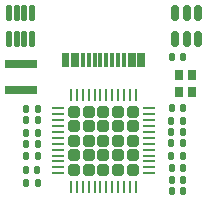
<source format=gbr>
%TF.GenerationSoftware,KiCad,Pcbnew,(6.0.4)*%
%TF.CreationDate,2022-07-06T17:37:40+08:00*%
%TF.ProjectId,XilinxJtag,58696c69-6e78-44a7-9461-672e6b696361,rev?*%
%TF.SameCoordinates,Original*%
%TF.FileFunction,Paste,Top*%
%TF.FilePolarity,Positive*%
%FSLAX46Y46*%
G04 Gerber Fmt 4.6, Leading zero omitted, Abs format (unit mm)*
G04 Created by KiCad (PCBNEW (6.0.4)) date 2022-07-06 17:37:40*
%MOMM*%
%LPD*%
G01*
G04 APERTURE LIST*
G04 Aperture macros list*
%AMRoundRect*
0 Rectangle with rounded corners*
0 $1 Rounding radius*
0 $2 $3 $4 $5 $6 $7 $8 $9 X,Y pos of 4 corners*
0 Add a 4 corners polygon primitive as box body*
4,1,4,$2,$3,$4,$5,$6,$7,$8,$9,$2,$3,0*
0 Add four circle primitives for the rounded corners*
1,1,$1+$1,$2,$3*
1,1,$1+$1,$4,$5*
1,1,$1+$1,$6,$7*
1,1,$1+$1,$8,$9*
0 Add four rect primitives between the rounded corners*
20,1,$1+$1,$2,$3,$4,$5,0*
20,1,$1+$1,$4,$5,$6,$7,0*
20,1,$1+$1,$6,$7,$8,$9,0*
20,1,$1+$1,$8,$9,$2,$3,0*%
G04 Aperture macros list end*
%ADD10RoundRect,0.140000X-0.140000X-0.170000X0.140000X-0.170000X0.140000X0.170000X-0.140000X0.170000X0*%
%ADD11RoundRect,0.135000X0.135000X0.185000X-0.135000X0.185000X-0.135000X-0.185000X0.135000X-0.185000X0*%
%ADD12R,0.300000X1.150000*%
%ADD13R,2.700000X0.800000*%
%ADD14R,0.800000X0.900000*%
%ADD15RoundRect,0.147500X0.147500X0.172500X-0.147500X0.172500X-0.147500X-0.172500X0.147500X-0.172500X0*%
%ADD16RoundRect,0.135000X-0.135000X-0.185000X0.135000X-0.185000X0.135000X0.185000X-0.135000X0.185000X0*%
%ADD17RoundRect,0.140000X0.140000X0.170000X-0.140000X0.170000X-0.140000X-0.170000X0.140000X-0.170000X0*%
%ADD18RoundRect,0.150000X-0.150000X0.512500X-0.150000X-0.512500X0.150000X-0.512500X0.150000X0.512500X0*%
%ADD19RoundRect,0.125000X0.125000X-0.537500X0.125000X0.537500X-0.125000X0.537500X-0.125000X-0.537500X0*%
%ADD20RoundRect,0.250000X-0.250000X0.250000X-0.250000X-0.250000X0.250000X-0.250000X0.250000X0.250000X0*%
%ADD21RoundRect,0.062500X-0.062500X0.412500X-0.062500X-0.412500X0.062500X-0.412500X0.062500X0.412500X0*%
%ADD22RoundRect,0.062500X-0.412500X0.062500X-0.412500X-0.062500X0.412500X-0.062500X0.412500X0.062500X0*%
G04 APERTURE END LIST*
D10*
%TO.C,C1*%
X147750000Y-82850000D03*
X148710000Y-82850000D03*
%TD*%
D11*
%TO.C,R5*%
X148740000Y-77870000D03*
X147720000Y-77870000D03*
%TD*%
D12*
%TO.C,J1*%
X145320000Y-72715001D03*
X144520000Y-72715001D03*
X143220000Y-72715001D03*
X142220000Y-72715001D03*
X141720000Y-72715001D03*
X140720000Y-72715001D03*
X139420000Y-72715001D03*
X138620000Y-72715001D03*
X138920000Y-72715001D03*
X139720000Y-72715001D03*
X140220000Y-72715001D03*
X141220000Y-72715001D03*
X142720000Y-72715001D03*
X143720000Y-72715001D03*
X144220000Y-72715001D03*
X145020000Y-72715001D03*
%TD*%
D10*
%TO.C,C3*%
X147750000Y-76780000D03*
X148710000Y-76780000D03*
%TD*%
D13*
%TO.C,L1*%
X134980000Y-73030000D03*
X134980000Y-75230000D03*
%TD*%
D10*
%TO.C,C16*%
X135440000Y-76866569D03*
X136400000Y-76866569D03*
%TD*%
D11*
%TO.C,R12*%
X136410000Y-80800000D03*
X135390000Y-80800000D03*
%TD*%
D14*
%TO.C,Y1*%
X149430000Y-75390000D03*
X149430000Y-73990000D03*
X148330000Y-73990000D03*
X148330000Y-75390000D03*
%TD*%
D10*
%TO.C,C2*%
X147750000Y-83770000D03*
X148710000Y-83770000D03*
%TD*%
D15*
%TO.C,D1*%
X136387500Y-82010000D03*
X135417500Y-82010000D03*
%TD*%
D11*
%TO.C,R8*%
X148740000Y-79740000D03*
X147720000Y-79740000D03*
%TD*%
D16*
%TO.C,R14*%
X135390000Y-78920000D03*
X136410000Y-78920000D03*
%TD*%
D17*
%TO.C,C4*%
X148710000Y-72460000D03*
X147750000Y-72460000D03*
%TD*%
D18*
%TO.C,U2*%
X149970000Y-68692500D03*
X149020000Y-68692500D03*
X148070000Y-68692500D03*
X148070000Y-70967500D03*
X149020000Y-70967500D03*
X149970000Y-70967500D03*
%TD*%
D10*
%TO.C,C7*%
X147750000Y-81820000D03*
X148710000Y-81820000D03*
%TD*%
D16*
%TO.C,R13*%
X135390000Y-79850000D03*
X136410000Y-79850000D03*
%TD*%
D19*
%TO.C,U3*%
X133975000Y-70967500D03*
X134625000Y-70967500D03*
X135275000Y-70967500D03*
X135925000Y-70967500D03*
X135925000Y-68692500D03*
X135275000Y-68692500D03*
X134625000Y-68692500D03*
X133975000Y-68692500D03*
%TD*%
D11*
%TO.C,R7*%
X148740000Y-78810000D03*
X147720000Y-78810000D03*
%TD*%
D20*
%TO.C,U1*%
X140730000Y-78315000D03*
X140730000Y-79555000D03*
X141970000Y-82035000D03*
X143210000Y-78315000D03*
X143210000Y-77075000D03*
X144450000Y-78315000D03*
X144450000Y-77075000D03*
X141970000Y-79555000D03*
X144450000Y-80795000D03*
X140730000Y-80795000D03*
X140730000Y-82035000D03*
X143210000Y-79555000D03*
X139490000Y-79555000D03*
X139490000Y-82035000D03*
X141970000Y-77075000D03*
X143210000Y-80795000D03*
X139490000Y-77075000D03*
X144450000Y-79555000D03*
X141970000Y-80795000D03*
X143210000Y-82035000D03*
X144450000Y-82035000D03*
X139490000Y-78315000D03*
X139490000Y-80795000D03*
X141970000Y-78315000D03*
X140730000Y-77075000D03*
D21*
X144720000Y-75680000D03*
X144220000Y-75680000D03*
X143720000Y-75680000D03*
X143220000Y-75680000D03*
X142720000Y-75680000D03*
X142220000Y-75680000D03*
X141720000Y-75680000D03*
X141220000Y-75680000D03*
X140720000Y-75680000D03*
X140220000Y-75680000D03*
X139720000Y-75680000D03*
X139220000Y-75680000D03*
D22*
X138095000Y-76805000D03*
X138095000Y-77305000D03*
X138095000Y-77805000D03*
X138095000Y-78305000D03*
X138095000Y-78805000D03*
X138095000Y-79305000D03*
X138095000Y-79805000D03*
X138095000Y-80305000D03*
X138095000Y-80805000D03*
X138095000Y-81305000D03*
X138095000Y-81805000D03*
X138095000Y-82305000D03*
D21*
X139220000Y-83430000D03*
X139720000Y-83430000D03*
X140220000Y-83430000D03*
X140720000Y-83430000D03*
X141220000Y-83430000D03*
X141720000Y-83430000D03*
X142220000Y-83430000D03*
X142720000Y-83430000D03*
X143220000Y-83430000D03*
X143720000Y-83430000D03*
X144220000Y-83430000D03*
X144720000Y-83430000D03*
D22*
X145845000Y-82305000D03*
X145845000Y-81805000D03*
X145845000Y-81305000D03*
X145845000Y-80805000D03*
X145845000Y-80305000D03*
X145845000Y-79805000D03*
X145845000Y-79305000D03*
X145845000Y-78805000D03*
X145845000Y-78305000D03*
X145845000Y-77805000D03*
X145845000Y-77305000D03*
X145845000Y-76805000D03*
%TD*%
D16*
%TO.C,R6*%
X147720000Y-80800000D03*
X148740000Y-80800000D03*
%TD*%
%TO.C,R9*%
X135390000Y-83110000D03*
X136410000Y-83110000D03*
%TD*%
D10*
%TO.C,C17*%
X135440000Y-77796568D03*
X136400000Y-77796568D03*
%TD*%
M02*

</source>
